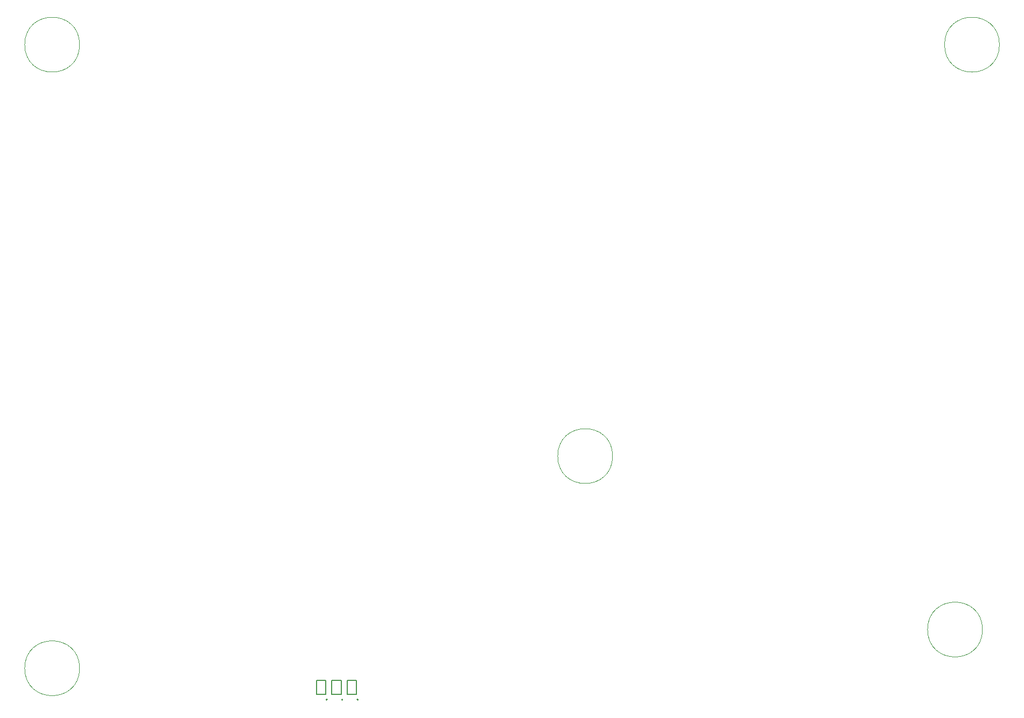
<source format=gbr>
%TF.GenerationSoftware,Altium Limited,Altium Designer,20.0.13 (296)*%
G04 Layer_Color=32896*
%FSLAX26Y26*%
%MOIN*%
%TF.FileFunction,Other,Top_3D_Body*%
%TF.Part,Single*%
G01*
G75*
%TA.AperFunction,NonConductor*%
%ADD106C,0.007874*%
%ADD108C,0.005000*%
%ADD188C,0.004000*%
D106*
X1948937Y25571D02*
G03*
X1948937Y25571I-3937J0D01*
G01*
D02*
G03*
X1948937Y25571I-3937J0D01*
G01*
X2044272D02*
G03*
X2044272Y25571I-3937J0D01*
G01*
D02*
G03*
X2044272Y25571I-3937J0D01*
G01*
X2139980D02*
G03*
X2139980Y25571I-3937J0D01*
G01*
D02*
G03*
X2139980Y25571I-3937J0D01*
G01*
D108*
X1881260Y57146D02*
Y146122D01*
X1938740D01*
Y57146D02*
Y146122D01*
X1881260Y57146D02*
X1938740D01*
X1881260D02*
Y146122D01*
X1938740D01*
Y57146D02*
Y146122D01*
X1881260Y57146D02*
X1938740D01*
X1976595D02*
Y146122D01*
X2034075D01*
Y57146D02*
Y146122D01*
X1976595Y57146D02*
X2034075D01*
X1976595D02*
Y146122D01*
X2034075D01*
Y57146D02*
Y146122D01*
X1976595Y57146D02*
X2034075D01*
X2129784D02*
Y146122D01*
X2072303D02*
X2129784D01*
X2072303Y57146D02*
Y146122D01*
X2129784Y57146D02*
Y146122D01*
X2072303D02*
X2129784D01*
X2072303Y57146D02*
Y146122D01*
Y57146D02*
X2129784D01*
X2072303D02*
X2129784D01*
D188*
X3715000Y1535000D02*
G03*
X3715000Y1535000I-170000J0D01*
G01*
X6005000Y460000D02*
G03*
X6005000Y460000I-170000J0D01*
G01*
X415000Y220000D02*
G03*
X415000Y220000I-170000J0D01*
G01*
Y4085000D02*
G03*
X415000Y4085000I-170000J0D01*
G01*
X6110000D02*
G03*
X6110000Y4085000I-170000J0D01*
G01*
%TF.MD5,4b901c05f93ec13a1669e76951d00719*%
M02*

</source>
